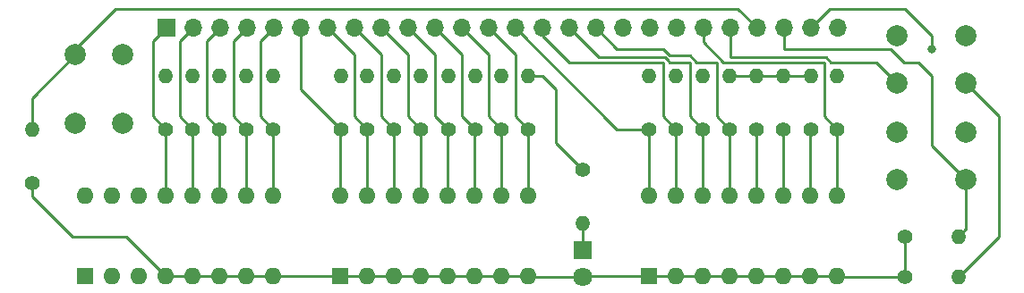
<source format=gtl>
%TF.GenerationSoftware,KiCad,Pcbnew,(6.0.9)*%
%TF.CreationDate,2025-06-07T15:03:12-04:00*%
%TF.ProjectId,DebugBoard,44656275-6742-46f6-9172-642e6b696361,1*%
%TF.SameCoordinates,Original*%
%TF.FileFunction,Copper,L1,Top*%
%TF.FilePolarity,Positive*%
%FSLAX46Y46*%
G04 Gerber Fmt 4.6, Leading zero omitted, Abs format (unit mm)*
G04 Created by KiCad (PCBNEW (6.0.9)) date 2025-06-07 15:03:12*
%MOMM*%
%LPD*%
G01*
G04 APERTURE LIST*
%TA.AperFunction,ComponentPad*%
%ADD10C,1.400000*%
%TD*%
%TA.AperFunction,ComponentPad*%
%ADD11O,1.400000X1.400000*%
%TD*%
%TA.AperFunction,ComponentPad*%
%ADD12R,1.800000X1.800000*%
%TD*%
%TA.AperFunction,ComponentPad*%
%ADD13C,1.800000*%
%TD*%
%TA.AperFunction,ComponentPad*%
%ADD14C,2.000000*%
%TD*%
%TA.AperFunction,ComponentPad*%
%ADD15R,1.600000X1.600000*%
%TD*%
%TA.AperFunction,ComponentPad*%
%ADD16O,1.600000X1.600000*%
%TD*%
%TA.AperFunction,ComponentPad*%
%ADD17R,1.700000X1.700000*%
%TD*%
%TA.AperFunction,ComponentPad*%
%ADD18O,1.700000X1.700000*%
%TD*%
%TA.AperFunction,ViaPad*%
%ADD19C,0.800000*%
%TD*%
%TA.AperFunction,Conductor*%
%ADD20C,0.250000*%
%TD*%
G04 APERTURE END LIST*
D10*
%TO.P,R9,1*%
%TO.N,D2*%
X173980000Y-87630000D03*
D11*
%TO.P,R9,2*%
%TO.N,GND*%
X173980000Y-82550000D03*
%TD*%
D10*
%TO.P,R7,1*%
%TO.N,VCC*%
X185420000Y-101600000D03*
D11*
%TO.P,R7,2*%
%TO.N,WE'*%
X190500000Y-101600000D03*
%TD*%
D12*
%TO.P,D1,1,K*%
%TO.N,Net-(D1-Pad1)*%
X154940000Y-99060000D03*
D13*
%TO.P,D1,2,A*%
%TO.N,VCC*%
X154940000Y-101600000D03*
%TD*%
D14*
%TO.P,SW4,1,1*%
%TO.N,GND*%
X191210000Y-78760000D03*
X184710000Y-78760000D03*
%TO.P,SW4,2,2*%
%TO.N,WE'*%
X191210000Y-83260000D03*
X184710000Y-83260000D03*
%TD*%
D10*
%TO.P,R3,1*%
%TO.N,VCC*%
X185420000Y-97790000D03*
D11*
%TO.P,R3,2*%
%TO.N,OE'*%
X190500000Y-97790000D03*
%TD*%
D15*
%TO.P,SW2,1*%
%TO.N,unconnected-(SW2-Pad1)*%
X107930000Y-101557500D03*
D16*
%TO.P,SW2,2*%
%TO.N,unconnected-(SW2-Pad2)*%
X110470000Y-101557500D03*
%TO.P,SW2,3*%
%TO.N,unconnected-(SW2-Pad3)*%
X113010000Y-101557500D03*
%TO.P,SW2,4*%
%TO.N,VCC*%
X115550000Y-101557500D03*
%TO.P,SW2,5*%
X118090000Y-101557500D03*
%TO.P,SW2,6*%
X120630000Y-101557500D03*
%TO.P,SW2,7*%
X123170000Y-101557500D03*
%TO.P,SW2,8*%
X125710000Y-101557500D03*
%TO.P,SW2,9*%
%TO.N,A8*%
X125710000Y-93937500D03*
%TO.P,SW2,10*%
%TO.N,A9*%
X123170000Y-93937500D03*
%TO.P,SW2,11*%
%TO.N,A10*%
X120630000Y-93937500D03*
%TO.P,SW2,12*%
%TO.N,A11*%
X118090000Y-93937500D03*
%TO.P,SW2,13*%
%TO.N,A12*%
X115550000Y-93937500D03*
%TO.P,SW2,14*%
%TO.N,unconnected-(SW2-Pad14)*%
X113010000Y-93937500D03*
%TO.P,SW2,15*%
%TO.N,unconnected-(SW2-Pad15)*%
X110470000Y-93937500D03*
%TO.P,SW2,16*%
%TO.N,unconnected-(SW2-Pad16)*%
X107930000Y-93937500D03*
%TD*%
D10*
%TO.P,R1,1*%
%TO.N,D7*%
X161280000Y-87630000D03*
D11*
%TO.P,R1,2*%
%TO.N,GND*%
X161280000Y-82550000D03*
%TD*%
D17*
%TO.P,J1,1,Pin_1*%
%TO.N,A12*%
X115570000Y-78035000D03*
D18*
%TO.P,J1,2,Pin_2*%
%TO.N,A11*%
X118110000Y-78035000D03*
%TO.P,J1,3,Pin_3*%
%TO.N,A10*%
X120650000Y-78035000D03*
%TO.P,J1,4,Pin_4*%
%TO.N,A9*%
X123190000Y-78035000D03*
%TO.P,J1,5,Pin_5*%
%TO.N,A8*%
X125730000Y-78035000D03*
%TO.P,J1,6,Pin_6*%
%TO.N,A7*%
X128270000Y-78035000D03*
%TO.P,J1,7,Pin_7*%
%TO.N,A6*%
X130810000Y-78035000D03*
%TO.P,J1,8,Pin_8*%
%TO.N,A5*%
X133350000Y-78035000D03*
%TO.P,J1,9,Pin_9*%
%TO.N,A4*%
X135890000Y-78035000D03*
%TO.P,J1,10,Pin_10*%
%TO.N,A3*%
X138430000Y-78035000D03*
%TO.P,J1,11,Pin_11*%
%TO.N,A2*%
X140970000Y-78035000D03*
%TO.P,J1,12,Pin_12*%
%TO.N,A1*%
X143510000Y-78035000D03*
%TO.P,J1,13,Pin_13*%
%TO.N,A0*%
X146050000Y-78035000D03*
%TO.P,J1,14,Pin_14*%
%TO.N,D7*%
X148590000Y-78035000D03*
%TO.P,J1,15,Pin_15*%
%TO.N,D6*%
X151130000Y-78035000D03*
%TO.P,J1,16,Pin_16*%
%TO.N,D5*%
X153670000Y-78035000D03*
%TO.P,J1,17,Pin_17*%
%TO.N,D4*%
X156210000Y-78035000D03*
%TO.P,J1,18,Pin_18*%
%TO.N,D3*%
X158750000Y-78035000D03*
%TO.P,J1,19,Pin_19*%
%TO.N,D2*%
X161290000Y-78035000D03*
%TO.P,J1,20,Pin_20*%
%TO.N,D1*%
X163830000Y-78035000D03*
%TO.P,J1,21,Pin_21*%
%TO.N,D0*%
X166370000Y-78035000D03*
%TO.P,J1,22,Pin_22*%
%TO.N,WE'*%
X168910000Y-78035000D03*
%TO.P,J1,23,Pin_23*%
%TO.N,CE'*%
X171450000Y-78035000D03*
%TO.P,J1,24,Pin_24*%
%TO.N,OE'*%
X173990000Y-78035000D03*
%TO.P,J1,25,Pin_25*%
%TO.N,VCC*%
X176530000Y-78035000D03*
%TO.P,J1,26,Pin_26*%
%TO.N,GND*%
X179070000Y-78035000D03*
%TD*%
D10*
%TO.P,R13,1*%
%TO.N,A11*%
X118100000Y-87630000D03*
D11*
%TO.P,R13,2*%
%TO.N,GND*%
X118100000Y-82550000D03*
%TD*%
D10*
%TO.P,R21,1*%
%TO.N,A3*%
X142240000Y-87630000D03*
D11*
%TO.P,R21,2*%
%TO.N,GND*%
X142240000Y-82550000D03*
%TD*%
D10*
%TO.P,R25,1*%
%TO.N,GND*%
X154940000Y-91440000D03*
D11*
%TO.P,R25,2*%
%TO.N,Net-(D1-Pad1)*%
X154940000Y-96520000D03*
%TD*%
D10*
%TO.P,R14,1*%
%TO.N,A10*%
X120640000Y-87630000D03*
D11*
%TO.P,R14,2*%
%TO.N,GND*%
X120640000Y-82550000D03*
%TD*%
D14*
%TO.P,SW5,1,1*%
%TO.N,GND*%
X111470000Y-87070000D03*
X111470000Y-80570000D03*
%TO.P,SW5,2,2*%
%TO.N,CE'*%
X106970000Y-80570000D03*
X106970000Y-87070000D03*
%TD*%
D15*
%TO.P,SW3,1*%
%TO.N,VCC*%
X132070000Y-101557500D03*
D16*
%TO.P,SW3,2*%
X134610000Y-101557500D03*
%TO.P,SW3,3*%
X137150000Y-101557500D03*
%TO.P,SW3,4*%
X139690000Y-101557500D03*
%TO.P,SW3,5*%
X142230000Y-101557500D03*
%TO.P,SW3,6*%
X144770000Y-101557500D03*
%TO.P,SW3,7*%
X147310000Y-101557500D03*
%TO.P,SW3,8*%
X149850000Y-101557500D03*
%TO.P,SW3,9*%
%TO.N,A0*%
X149850000Y-93937500D03*
%TO.P,SW3,10*%
%TO.N,A1*%
X147310000Y-93937500D03*
%TO.P,SW3,11*%
%TO.N,A2*%
X144770000Y-93937500D03*
%TO.P,SW3,12*%
%TO.N,A3*%
X142230000Y-93937500D03*
%TO.P,SW3,13*%
%TO.N,A4*%
X139690000Y-93937500D03*
%TO.P,SW3,14*%
%TO.N,A5*%
X137150000Y-93937500D03*
%TO.P,SW3,15*%
%TO.N,A6*%
X134610000Y-93937500D03*
%TO.P,SW3,16*%
%TO.N,A7*%
X132070000Y-93937500D03*
%TD*%
D10*
%TO.P,R15,1*%
%TO.N,A9*%
X123180000Y-87630000D03*
D11*
%TO.P,R15,2*%
%TO.N,GND*%
X123180000Y-82550000D03*
%TD*%
D10*
%TO.P,R23,1*%
%TO.N,A1*%
X147310000Y-87630000D03*
D11*
%TO.P,R23,2*%
%TO.N,GND*%
X147310000Y-82550000D03*
%TD*%
D10*
%TO.P,R8,1*%
%TO.N,D3*%
X171440000Y-87630000D03*
D11*
%TO.P,R8,2*%
%TO.N,GND*%
X171440000Y-82550000D03*
%TD*%
D10*
%TO.P,R11,1*%
%TO.N,D0*%
X179060000Y-87630000D03*
D11*
%TO.P,R11,2*%
%TO.N,GND*%
X179060000Y-82550000D03*
%TD*%
D10*
%TO.P,R12,1*%
%TO.N,A12*%
X115560000Y-87630000D03*
D11*
%TO.P,R12,2*%
%TO.N,GND*%
X115560000Y-82550000D03*
%TD*%
D10*
%TO.P,R4,1*%
%TO.N,D5*%
X166360000Y-87630000D03*
D11*
%TO.P,R4,2*%
%TO.N,GND*%
X166360000Y-82550000D03*
%TD*%
D10*
%TO.P,R20,1*%
%TO.N,A4*%
X139690000Y-87630000D03*
D11*
%TO.P,R20,2*%
%TO.N,GND*%
X139690000Y-82550000D03*
%TD*%
D15*
%TO.P,SW1,1*%
%TO.N,VCC*%
X161270000Y-101557500D03*
D16*
%TO.P,SW1,2*%
X163810000Y-101557500D03*
%TO.P,SW1,3*%
X166350000Y-101557500D03*
%TO.P,SW1,4*%
X168890000Y-101557500D03*
%TO.P,SW1,5*%
X171430000Y-101557500D03*
%TO.P,SW1,6*%
X173970000Y-101557500D03*
%TO.P,SW1,7*%
X176510000Y-101557500D03*
%TO.P,SW1,8*%
X179050000Y-101557500D03*
%TO.P,SW1,9*%
%TO.N,D0*%
X179050000Y-93937500D03*
%TO.P,SW1,10*%
%TO.N,D1*%
X176510000Y-93937500D03*
%TO.P,SW1,11*%
%TO.N,D2*%
X173970000Y-93937500D03*
%TO.P,SW1,12*%
%TO.N,D3*%
X171430000Y-93937500D03*
%TO.P,SW1,13*%
%TO.N,D4*%
X168890000Y-93937500D03*
%TO.P,SW1,14*%
%TO.N,D5*%
X166350000Y-93937500D03*
%TO.P,SW1,15*%
%TO.N,D6*%
X163810000Y-93937500D03*
%TO.P,SW1,16*%
%TO.N,D7*%
X161270000Y-93937500D03*
%TD*%
D10*
%TO.P,R24,1*%
%TO.N,A0*%
X149850000Y-87630000D03*
D11*
%TO.P,R24,2*%
%TO.N,GND*%
X149850000Y-82550000D03*
%TD*%
D10*
%TO.P,R22,1*%
%TO.N,A2*%
X144780000Y-87630000D03*
D11*
%TO.P,R22,2*%
%TO.N,GND*%
X144780000Y-82550000D03*
%TD*%
D10*
%TO.P,R2,1*%
%TO.N,D6*%
X163820000Y-87630000D03*
D11*
%TO.P,R2,2*%
%TO.N,GND*%
X163820000Y-82550000D03*
%TD*%
D10*
%TO.P,R5,1*%
%TO.N,VCC*%
X102870000Y-92710000D03*
D11*
%TO.P,R5,2*%
%TO.N,CE'*%
X102870000Y-87630000D03*
%TD*%
D10*
%TO.P,R18,1*%
%TO.N,A6*%
X134610000Y-87630000D03*
D11*
%TO.P,R18,2*%
%TO.N,GND*%
X134610000Y-82550000D03*
%TD*%
D10*
%TO.P,R17,1*%
%TO.N,A7*%
X132080000Y-87630000D03*
D11*
%TO.P,R17,2*%
%TO.N,GND*%
X132080000Y-82550000D03*
%TD*%
D10*
%TO.P,R6,1*%
%TO.N,D4*%
X168900000Y-87630000D03*
D11*
%TO.P,R6,2*%
%TO.N,GND*%
X168900000Y-82550000D03*
%TD*%
D10*
%TO.P,R10,1*%
%TO.N,D1*%
X176530000Y-87630000D03*
D11*
%TO.P,R10,2*%
%TO.N,GND*%
X176530000Y-82550000D03*
%TD*%
D14*
%TO.P,SW6,1,1*%
%TO.N,GND*%
X191210000Y-87920000D03*
X184710000Y-87920000D03*
%TO.P,SW6,2,2*%
%TO.N,OE'*%
X184710000Y-92420000D03*
X191210000Y-92420000D03*
%TD*%
D10*
%TO.P,R19,1*%
%TO.N,A5*%
X137150000Y-87630000D03*
D11*
%TO.P,R19,2*%
%TO.N,GND*%
X137150000Y-82550000D03*
%TD*%
D10*
%TO.P,R16,1*%
%TO.N,A8*%
X125720000Y-87630000D03*
D11*
%TO.P,R16,2*%
%TO.N,GND*%
X125720000Y-82550000D03*
%TD*%
D19*
%TO.N,VCC*%
X187960000Y-80010000D03*
%TD*%
D20*
%TO.N,GND*%
X154940000Y-91440000D02*
X152400000Y-88900000D01*
X168900000Y-82550000D02*
X171440000Y-82550000D01*
X171440000Y-82550000D02*
X173980000Y-82550000D01*
X152400000Y-83820000D02*
X151130000Y-82550000D01*
X152400000Y-88900000D02*
X152400000Y-83820000D01*
X151130000Y-82550000D02*
X149850000Y-82550000D01*
X173980000Y-82550000D02*
X176530000Y-82550000D01*
%TO.N,VCC*%
X185420000Y-101600000D02*
X179092500Y-101600000D01*
X180340000Y-76200000D02*
X185420000Y-76200000D01*
X137150000Y-101557500D02*
X134610000Y-101557500D01*
X149892500Y-101600000D02*
X149850000Y-101557500D01*
X118090000Y-101557500D02*
X115550000Y-101557500D01*
X166350000Y-101557500D02*
X163810000Y-101557500D01*
X154982500Y-101557500D02*
X154940000Y-101600000D01*
X171430000Y-101557500D02*
X168890000Y-101557500D01*
X163810000Y-101557500D02*
X161270000Y-101557500D01*
X176510000Y-101557500D02*
X173970000Y-101557500D01*
X187960000Y-78740000D02*
X187960000Y-80010000D01*
X185420000Y-76200000D02*
X187960000Y-78740000D01*
X125710000Y-101557500D02*
X123170000Y-101557500D01*
X142230000Y-101557500D02*
X139690000Y-101557500D01*
X178365000Y-76200000D02*
X179070000Y-76200000D01*
X147310000Y-101557500D02*
X144770000Y-101557500D01*
X179092500Y-101600000D02*
X179050000Y-101557500D01*
X132070000Y-101557500D02*
X125710000Y-101557500D01*
X161270000Y-101557500D02*
X154982500Y-101557500D01*
X154940000Y-101600000D02*
X149892500Y-101600000D01*
X144770000Y-101557500D02*
X142230000Y-101557500D01*
X102870000Y-93980000D02*
X102870000Y-92710000D01*
X106680000Y-97790000D02*
X102870000Y-93980000D01*
X120630000Y-101557500D02*
X118090000Y-101557500D01*
X173970000Y-101557500D02*
X171430000Y-101557500D01*
X139690000Y-101557500D02*
X137150000Y-101557500D01*
X149850000Y-101557500D02*
X147310000Y-101557500D01*
X168890000Y-101557500D02*
X166350000Y-101557500D01*
X176530000Y-78035000D02*
X178365000Y-76200000D01*
X134610000Y-101557500D02*
X132070000Y-101557500D01*
X179070000Y-76200000D02*
X180340000Y-76200000D01*
X185420000Y-97790000D02*
X185420000Y-101600000D01*
X115550000Y-101557500D02*
X111782500Y-97790000D01*
X123170000Y-101557500D02*
X120630000Y-101557500D01*
X179050000Y-101557500D02*
X176510000Y-101557500D01*
X111782500Y-97790000D02*
X106680000Y-97790000D01*
%TO.N,Net-(D1-Pad1)*%
X154940000Y-99060000D02*
X154940000Y-96520000D01*
%TO.N,A12*%
X114300000Y-79305000D02*
X115570000Y-78035000D01*
X115550000Y-87640000D02*
X115560000Y-87630000D01*
X115550000Y-93937500D02*
X115550000Y-87640000D01*
X115560000Y-87630000D02*
X114300000Y-86370000D01*
X114300000Y-86370000D02*
X114300000Y-79305000D01*
%TO.N,A11*%
X116840000Y-86370000D02*
X116840000Y-79305000D01*
X116840000Y-79305000D02*
X118110000Y-78035000D01*
X118090000Y-93937500D02*
X118090000Y-87640000D01*
X118090000Y-87640000D02*
X118100000Y-87630000D01*
X118100000Y-87630000D02*
X116840000Y-86370000D01*
%TO.N,A10*%
X119380000Y-86370000D02*
X119380000Y-79305000D01*
X120640000Y-87630000D02*
X119380000Y-86370000D01*
X119380000Y-79305000D02*
X120650000Y-78035000D01*
X120630000Y-93937500D02*
X120630000Y-87640000D01*
X120630000Y-87640000D02*
X120640000Y-87630000D01*
%TO.N,A9*%
X121920000Y-86370000D02*
X121920000Y-79305000D01*
X121920000Y-79305000D02*
X123190000Y-78035000D01*
X123170000Y-93937500D02*
X123170000Y-87640000D01*
X123170000Y-87640000D02*
X123180000Y-87630000D01*
X123180000Y-87630000D02*
X121920000Y-86370000D01*
%TO.N,A8*%
X124460000Y-79305000D02*
X125730000Y-78035000D01*
X125710000Y-87640000D02*
X125720000Y-87630000D01*
X124460000Y-86370000D02*
X124460000Y-79305000D01*
X125720000Y-87630000D02*
X124460000Y-86370000D01*
X125710000Y-93937500D02*
X125710000Y-87640000D01*
%TO.N,A7*%
X132070000Y-87640000D02*
X132080000Y-87630000D01*
X128270000Y-83820000D02*
X128270000Y-78035000D01*
X132070000Y-93937500D02*
X132070000Y-87640000D01*
X132080000Y-87630000D02*
X128270000Y-83820000D01*
%TO.N,A6*%
X134610000Y-87630000D02*
X133350000Y-86370000D01*
X134610000Y-93937500D02*
X134610000Y-87630000D01*
X133350000Y-80575000D02*
X130810000Y-78035000D01*
X133350000Y-86370000D02*
X133350000Y-80575000D01*
%TO.N,A5*%
X137150000Y-87630000D02*
X135890000Y-86370000D01*
X135890000Y-86370000D02*
X135890000Y-80575000D01*
X135890000Y-80575000D02*
X133350000Y-78035000D01*
X137150000Y-93937500D02*
X137150000Y-87630000D01*
%TO.N,A4*%
X138430000Y-80575000D02*
X135890000Y-78035000D01*
X139690000Y-87630000D02*
X138430000Y-86370000D01*
X138430000Y-86370000D02*
X138430000Y-80575000D01*
X139690000Y-93937500D02*
X139690000Y-87630000D01*
%TO.N,A3*%
X142230000Y-87640000D02*
X142240000Y-87630000D01*
X140970000Y-86360000D02*
X140970000Y-80575000D01*
X142230000Y-93937500D02*
X142230000Y-87640000D01*
X140970000Y-80575000D02*
X138430000Y-78035000D01*
X142240000Y-87630000D02*
X140970000Y-86360000D01*
%TO.N,A2*%
X143510000Y-86360000D02*
X143510000Y-80575000D01*
X144770000Y-87640000D02*
X144780000Y-87630000D01*
X144770000Y-93937500D02*
X144770000Y-87640000D01*
X143510000Y-80575000D02*
X140970000Y-78035000D01*
X144780000Y-87630000D02*
X143510000Y-86360000D01*
%TO.N,A1*%
X146050000Y-80575000D02*
X143510000Y-78035000D01*
X147310000Y-87630000D02*
X146050000Y-86370000D01*
X147310000Y-93937500D02*
X147310000Y-87630000D01*
X146050000Y-86370000D02*
X146050000Y-80575000D01*
%TO.N,A0*%
X149850000Y-87630000D02*
X148590000Y-86370000D01*
X149850000Y-93937500D02*
X149850000Y-87630000D01*
X148590000Y-86370000D02*
X148590000Y-80575000D01*
X148590000Y-80575000D02*
X146050000Y-78035000D01*
%TO.N,D7*%
X161270000Y-87640000D02*
X161280000Y-87630000D01*
X161280000Y-87630000D02*
X158185000Y-87630000D01*
X158185000Y-87630000D02*
X148590000Y-78035000D01*
X161270000Y-93937500D02*
X161270000Y-87640000D01*
%TO.N,D6*%
X163810000Y-87640000D02*
X163820000Y-87630000D01*
X163820000Y-87630000D02*
X162560000Y-86370000D01*
X151130000Y-78740000D02*
X151130000Y-78035000D01*
X162560000Y-81280000D02*
X153670000Y-81280000D01*
X163810000Y-93937500D02*
X163810000Y-87640000D01*
X153670000Y-81280000D02*
X151130000Y-78740000D01*
X162560000Y-86370000D02*
X162560000Y-81280000D01*
%TO.N,D5*%
X163010000Y-81095000D02*
X163010000Y-81093604D01*
X163010000Y-81093604D02*
X162746396Y-80830000D01*
X165100000Y-81280000D02*
X163195000Y-81280000D01*
X163195000Y-81280000D02*
X163010000Y-81095000D01*
X156465000Y-80830000D02*
X153670000Y-78035000D01*
X166360000Y-87630000D02*
X165100000Y-86370000D01*
X166350000Y-87640000D02*
X166360000Y-87630000D01*
X165100000Y-86370000D02*
X165100000Y-81280000D01*
X166350000Y-93937500D02*
X166350000Y-87640000D01*
X162746396Y-80830000D02*
X156465000Y-80830000D01*
%TO.N,D4*%
X163196396Y-80643604D02*
X162562792Y-80010000D01*
X167640000Y-86370000D02*
X167640000Y-81280000D01*
X168890000Y-93937500D02*
X168890000Y-87640000D01*
X167640000Y-81280000D02*
X165736396Y-81280000D01*
X168890000Y-87640000D02*
X168900000Y-87630000D01*
X158185000Y-80010000D02*
X156210000Y-78035000D01*
X162562792Y-80010000D02*
X158185000Y-80010000D01*
X168900000Y-87630000D02*
X167640000Y-86370000D01*
X165100000Y-80643604D02*
X163196396Y-80643604D01*
X165736396Y-81280000D02*
X165100000Y-80643604D01*
%TO.N,D3*%
X171430000Y-93937500D02*
X171430000Y-87640000D01*
X171430000Y-87640000D02*
X171440000Y-87630000D01*
%TO.N,D2*%
X173970000Y-93937500D02*
X173970000Y-87640000D01*
X173970000Y-87640000D02*
X173980000Y-87630000D01*
%TO.N,D1*%
X176510000Y-87650000D02*
X176530000Y-87630000D01*
X176510000Y-93937500D02*
X176510000Y-87650000D01*
%TO.N,D0*%
X177800000Y-81280000D02*
X177800000Y-86370000D01*
X179050000Y-87640000D02*
X179060000Y-87630000D01*
X166370000Y-79373604D02*
X168276396Y-81280000D01*
X168276396Y-81280000D02*
X177800000Y-81280000D01*
X179050000Y-93937500D02*
X179050000Y-87640000D01*
X166370000Y-78035000D02*
X166370000Y-79373604D01*
X177800000Y-86370000D02*
X179060000Y-87630000D01*
%TO.N,WE'*%
X194310000Y-97790000D02*
X190500000Y-101600000D01*
X191210000Y-83260000D02*
X194310000Y-86360000D01*
X168910000Y-80830000D02*
X177986396Y-80830000D01*
X168910000Y-78035000D02*
X168910000Y-80830000D01*
X194310000Y-86360000D02*
X194310000Y-97790000D01*
X178436396Y-81280000D02*
X182730000Y-81280000D01*
X177986396Y-80830000D02*
X178436396Y-81280000D01*
X182730000Y-81280000D02*
X184710000Y-83260000D01*
%TO.N,CE'*%
X169615000Y-76200000D02*
X110780000Y-76200000D01*
X106970000Y-80010000D02*
X106970000Y-80570000D01*
X102870000Y-84670000D02*
X106970000Y-80570000D01*
X110780000Y-76200000D02*
X106970000Y-80010000D01*
X171450000Y-78035000D02*
X169615000Y-76200000D01*
X102870000Y-87630000D02*
X102870000Y-84670000D01*
%TO.N,OE'*%
X186690000Y-81280000D02*
X187960000Y-82550000D01*
X185356167Y-81280000D02*
X186690000Y-81280000D01*
X191210000Y-97080000D02*
X190500000Y-97790000D01*
X191210000Y-92420000D02*
X191210000Y-97080000D01*
X187960000Y-82550000D02*
X187960000Y-89170000D01*
X184086167Y-80010000D02*
X185356167Y-81280000D01*
X187960000Y-89170000D02*
X191210000Y-92420000D01*
X173990000Y-80010000D02*
X184086167Y-80010000D01*
X173990000Y-78035000D02*
X173990000Y-80010000D01*
%TD*%
M02*

</source>
